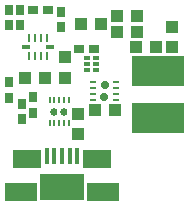
<source format=gtp>
G04 DipTrace 2.4.0.2*
%INUSBHiPower.gtp*%
%MOIN*%
%ADD25R,0.0433X0.0394*%
%ADD26R,0.0394X0.0433*%
%ADD27R,0.0276X0.0354*%
%ADD28R,0.1772X0.0984*%
%ADD29R,0.0354X0.0276*%
%ADD31R,0.0276X0.013*%
%ADD32R,0.011X0.0276*%
%ADD33R,0.0094X0.0276*%
%ADD37O,0.0247X0.0248*%
%ADD38R,0.0094X0.0236*%
%ADD42O,0.0282X0.0286*%
%ADD43R,0.0236X0.0098*%
%ADD48R,0.0205X0.0118*%
%ADD50R,0.0157X0.0531*%
%ADD51R,0.0945X0.063*%
%ADD52R,0.1063X0.063*%
%ADD53R,0.1476X0.0906*%
%FSLAX44Y44*%
G04*
G70*
G90*
G75*
G01*
%LNTopPaste*%
%LPD*%
D25*
X7446Y7278D3*
X8115D3*
X8160Y10441D3*
X8830D3*
X7645Y10164D3*
X6976D3*
D26*
X6883Y7171D3*
Y6502D3*
X6437Y9045D3*
Y8376D3*
D25*
X5096Y8344D3*
X5765D3*
D27*
X6315Y10062D3*
Y10574D3*
D28*
X9550Y7011D3*
Y8586D3*
D25*
X8824Y9904D3*
X8155D3*
X9470Y9383D3*
X8801D3*
D26*
X9988Y10049D3*
Y9380D3*
D29*
X7416Y9310D3*
X6904D3*
D27*
X4994Y6984D3*
Y7496D3*
X5368Y7199D3*
Y7711D3*
X4558Y8217D3*
Y7705D3*
X4943Y10113D3*
Y10625D3*
X4564Y10121D3*
Y10633D3*
D29*
X5371Y10626D3*
X5883D3*
D31*
X5922Y9382D3*
D32*
X5823Y9678D3*
D33*
X5627D3*
X5430D3*
D32*
X5233D3*
D31*
X5134Y9382D3*
D32*
X5233Y9087D3*
D33*
X5430D3*
X5627D3*
D32*
X5823D3*
D37*
X6077Y7239D3*
X6403Y7237D3*
D38*
X6558Y7634D3*
X6401D3*
X6243D3*
X6086D3*
X5928D3*
Y6847D3*
X6086D3*
X6243D3*
X6401D3*
X6558D3*
D42*
X7749Y7733D3*
X7757Y8118D3*
D43*
X8141Y7623D3*
Y7820D3*
Y8017D3*
Y8214D3*
X7354D3*
Y8017D3*
Y7820D3*
Y7623D3*
D48*
X7165Y9025D3*
Y8828D3*
Y8632D3*
X7468D3*
Y8828D3*
Y9025D3*
D50*
X5822Y5763D3*
X6078D3*
X6333D3*
X6589D3*
X6845D3*
D51*
X5172Y5654D3*
X7495D3*
D52*
X4965Y4572D3*
X7702D3*
D53*
X6333Y4710D3*
M02*

</source>
